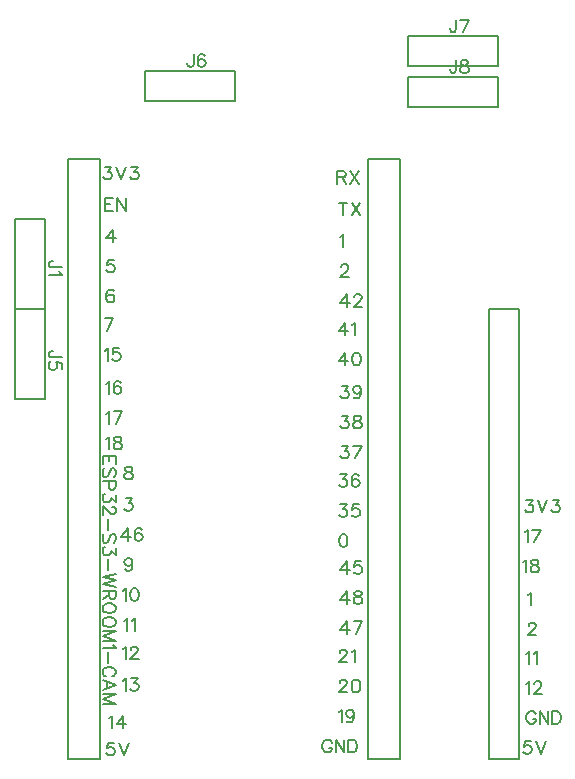
<source format=gto>
G04 Layer: TopSilkscreenLayer*
G04 EasyEDA v6.5.40, 2025-04-08 18:07:50*
G04 818aaf958c86489cb54930f66178348c,9a3801b0f1a945d2957c124233de6e5e,10*
G04 Gerber Generator version 0.2*
G04 Scale: 100 percent, Rotated: No, Reflected: No *
G04 Dimensions in millimeters *
G04 leading zeros omitted , absolute positions ,4 integer and 5 decimal *
%FSLAX45Y45*%
%MOMM*%

%ADD10C,0.1524*%
%ADD11C,0.2032*%
%ADD12C,0.2030*%

%LPD*%
D10*
X1572513Y4242815D02*
G01*
X1629663Y4242815D01*
X1598421Y4201160D01*
X1614170Y4201160D01*
X1624329Y4196079D01*
X1629663Y4191000D01*
X1634744Y4175252D01*
X1634744Y4164837D01*
X1629663Y4149344D01*
X1619250Y4138929D01*
X1603755Y4133850D01*
X1588007Y4133850D01*
X1572513Y4138929D01*
X1567179Y4144010D01*
X1562100Y4154423D01*
X1669034Y4242815D02*
G01*
X1710689Y4133850D01*
X1752345Y4242815D02*
G01*
X1710689Y4133850D01*
X1797050Y4242815D02*
G01*
X1854200Y4242815D01*
X1822957Y4201160D01*
X1838452Y4201160D01*
X1848865Y4196079D01*
X1854200Y4191000D01*
X1859279Y4175252D01*
X1859279Y4164837D01*
X1854200Y4149344D01*
X1843786Y4138929D01*
X1828037Y4133850D01*
X1812544Y4133850D01*
X1797050Y4138929D01*
X1791715Y4144010D01*
X1786636Y4154423D01*
X1574800Y3976115D02*
G01*
X1574800Y3867150D01*
X1574800Y3976115D02*
G01*
X1642363Y3976115D01*
X1574800Y3924300D02*
G01*
X1616455Y3924300D01*
X1574800Y3867150D02*
G01*
X1642363Y3867150D01*
X1676654Y3976115D02*
G01*
X1676654Y3867150D01*
X1676654Y3976115D02*
G01*
X1749297Y3867150D01*
X1749297Y3976115D02*
G01*
X1749297Y3867150D01*
X1649729Y3185921D02*
G01*
X1644650Y3196336D01*
X1629155Y3201415D01*
X1618742Y3201415D01*
X1602994Y3196336D01*
X1592579Y3180587D01*
X1587500Y3154679D01*
X1587500Y3128771D01*
X1592579Y3107944D01*
X1602994Y3097529D01*
X1618742Y3092450D01*
X1623821Y3092450D01*
X1639570Y3097529D01*
X1649729Y3107944D01*
X1655063Y3123437D01*
X1655063Y3128771D01*
X1649729Y3144265D01*
X1639570Y3154679D01*
X1623821Y3159760D01*
X1618742Y3159760D01*
X1602994Y3154679D01*
X1592579Y3144265D01*
X1587500Y3128771D01*
X1649729Y3455415D02*
G01*
X1597913Y3455415D01*
X1592579Y3408679D01*
X1597913Y3413760D01*
X1613407Y3419094D01*
X1629155Y3419094D01*
X1644650Y3413760D01*
X1655063Y3403600D01*
X1660144Y3387852D01*
X1660144Y3377437D01*
X1655063Y3361944D01*
X1644650Y3351529D01*
X1629155Y3346450D01*
X1613407Y3346450D01*
X1597913Y3351529D01*
X1592579Y3356610D01*
X1587500Y3367023D01*
X1639570Y3709415D02*
G01*
X1587500Y3636771D01*
X1665478Y3636771D01*
X1639570Y3709415D02*
G01*
X1639570Y3600450D01*
X1647444Y2960115D02*
G01*
X1595628Y2851150D01*
X1574800Y2960115D02*
G01*
X1647444Y2960115D01*
X1574800Y2685287D02*
G01*
X1585213Y2690621D01*
X1600707Y2706115D01*
X1600707Y2597150D01*
X1697481Y2706115D02*
G01*
X1645412Y2706115D01*
X1640331Y2659379D01*
X1645412Y2664460D01*
X1661160Y2669794D01*
X1676654Y2669794D01*
X1692147Y2664460D01*
X1702562Y2654300D01*
X1707895Y2638552D01*
X1707895Y2628137D01*
X1702562Y2612644D01*
X1692147Y2602229D01*
X1676654Y2597150D01*
X1661160Y2597150D01*
X1645412Y2602229D01*
X1640331Y2607310D01*
X1634997Y2617723D01*
X1766570Y1182115D02*
G01*
X1714500Y1109471D01*
X1792478Y1109471D01*
X1766570Y1182115D02*
G01*
X1766570Y1073150D01*
X1888997Y1166621D02*
G01*
X1883918Y1177036D01*
X1868170Y1182115D01*
X1858010Y1182115D01*
X1842262Y1177036D01*
X1831847Y1161287D01*
X1826768Y1135379D01*
X1826768Y1109471D01*
X1831847Y1088644D01*
X1842262Y1078229D01*
X1858010Y1073150D01*
X1863089Y1073150D01*
X1878584Y1078229D01*
X1888997Y1088644D01*
X1894331Y1104137D01*
X1894331Y1109471D01*
X1888997Y1124965D01*
X1878584Y1135379D01*
X1863089Y1140460D01*
X1858010Y1140460D01*
X1842262Y1135379D01*
X1831847Y1124965D01*
X1826768Y1109471D01*
X1750313Y1436115D02*
G01*
X1807463Y1436115D01*
X1776221Y1394460D01*
X1791970Y1394460D01*
X1802129Y1389379D01*
X1807463Y1384300D01*
X1812544Y1368552D01*
X1812544Y1358137D01*
X1807463Y1342644D01*
X1797050Y1332229D01*
X1781555Y1327150D01*
X1765807Y1327150D01*
X1750313Y1332229D01*
X1744979Y1337310D01*
X1739900Y1347723D01*
X1765807Y1702815D02*
G01*
X1750313Y1697736D01*
X1744979Y1687321D01*
X1744979Y1676907D01*
X1750313Y1666494D01*
X1760728Y1661160D01*
X1781555Y1656079D01*
X1797050Y1651000D01*
X1807463Y1640586D01*
X1812544Y1630171D01*
X1812544Y1614423D01*
X1807463Y1604010D01*
X1802129Y1598929D01*
X1786636Y1593850D01*
X1765807Y1593850D01*
X1750313Y1598929D01*
X1744979Y1604010D01*
X1739900Y1614423D01*
X1739900Y1630171D01*
X1744979Y1640586D01*
X1755394Y1651000D01*
X1771142Y1656079D01*
X1791970Y1661160D01*
X1802129Y1666494D01*
X1807463Y1676907D01*
X1807463Y1687321D01*
X1802129Y1697736D01*
X1786636Y1702815D01*
X1765807Y1702815D01*
X1587500Y2405887D02*
G01*
X1597913Y2411221D01*
X1613407Y2426715D01*
X1613407Y2317750D01*
X1710181Y2411221D02*
G01*
X1704847Y2421636D01*
X1689354Y2426715D01*
X1678939Y2426715D01*
X1663445Y2421636D01*
X1653031Y2405887D01*
X1647697Y2379979D01*
X1647697Y2354071D01*
X1653031Y2333244D01*
X1663445Y2322829D01*
X1678939Y2317750D01*
X1684020Y2317750D01*
X1699768Y2322829D01*
X1710181Y2333244D01*
X1715262Y2348737D01*
X1715262Y2354071D01*
X1710181Y2369565D01*
X1699768Y2379979D01*
X1684020Y2385060D01*
X1678939Y2385060D01*
X1663445Y2379979D01*
X1653031Y2369565D01*
X1647697Y2354071D01*
X1587500Y2151887D02*
G01*
X1597913Y2157221D01*
X1613407Y2172715D01*
X1613407Y2063750D01*
X1720595Y2172715D02*
G01*
X1668526Y2063750D01*
X1647697Y2172715D02*
G01*
X1720595Y2172715D01*
X1587500Y1935987D02*
G01*
X1597913Y1941321D01*
X1613407Y1956815D01*
X1613407Y1847850D01*
X1673860Y1956815D02*
G01*
X1658112Y1951736D01*
X1653031Y1941321D01*
X1653031Y1930907D01*
X1658112Y1920494D01*
X1668526Y1915160D01*
X1689354Y1910079D01*
X1704847Y1905000D01*
X1715262Y1894586D01*
X1720595Y1884171D01*
X1720595Y1868423D01*
X1715262Y1858010D01*
X1710181Y1852929D01*
X1694434Y1847850D01*
X1673860Y1847850D01*
X1658112Y1852929D01*
X1653031Y1858010D01*
X1647697Y1868423D01*
X1647697Y1884171D01*
X1653031Y1894586D01*
X1663445Y1905000D01*
X1678939Y1910079D01*
X1699768Y1915160D01*
X1710181Y1920494D01*
X1715262Y1930907D01*
X1715262Y1941321D01*
X1710181Y1951736D01*
X1694434Y1956815D01*
X1673860Y1956815D01*
X1739900Y399287D02*
G01*
X1750313Y404621D01*
X1765807Y420115D01*
X1765807Y311150D01*
X1800097Y399287D02*
G01*
X1810512Y404621D01*
X1826260Y420115D01*
X1826260Y311150D01*
X1727200Y653287D02*
G01*
X1737613Y658621D01*
X1753107Y674115D01*
X1753107Y565150D01*
X1818639Y674115D02*
G01*
X1803145Y669036D01*
X1792731Y653287D01*
X1787397Y627379D01*
X1787397Y611886D01*
X1792731Y585723D01*
X1803145Y570229D01*
X1818639Y565150D01*
X1829054Y565150D01*
X1844547Y570229D01*
X1854962Y585723D01*
X1860295Y611886D01*
X1860295Y627379D01*
X1854962Y653287D01*
X1844547Y669036D01*
X1829054Y674115D01*
X1818639Y674115D01*
X1807463Y891794D02*
G01*
X1802129Y876300D01*
X1791970Y865886D01*
X1776221Y860552D01*
X1771142Y860552D01*
X1755394Y865886D01*
X1744979Y876300D01*
X1739900Y891794D01*
X1739900Y896873D01*
X1744979Y912621D01*
X1755394Y923036D01*
X1771142Y928115D01*
X1776221Y928115D01*
X1791970Y923036D01*
X1802129Y912621D01*
X1807463Y891794D01*
X1807463Y865886D01*
X1802129Y839723D01*
X1791970Y824229D01*
X1776221Y819150D01*
X1765807Y819150D01*
X1750313Y824229D01*
X1744979Y834644D01*
X1727200Y157987D02*
G01*
X1737613Y163321D01*
X1753107Y178815D01*
X1753107Y69850D01*
X1792731Y152907D02*
G01*
X1792731Y157987D01*
X1797812Y168402D01*
X1803145Y173736D01*
X1813560Y178815D01*
X1834134Y178815D01*
X1844547Y173736D01*
X1849881Y168402D01*
X1854962Y157987D01*
X1854962Y147573D01*
X1849881Y137160D01*
X1839468Y121665D01*
X1787397Y69850D01*
X1860295Y69850D01*
X1727200Y-108712D02*
G01*
X1737613Y-103378D01*
X1753107Y-87884D01*
X1753107Y-196850D01*
X1797812Y-87884D02*
G01*
X1854962Y-87884D01*
X1823720Y-129539D01*
X1839468Y-129539D01*
X1849881Y-134620D01*
X1854962Y-139700D01*
X1860295Y-155447D01*
X1860295Y-165862D01*
X1854962Y-181355D01*
X1844547Y-191770D01*
X1829054Y-196850D01*
X1813560Y-196850D01*
X1797812Y-191770D01*
X1792731Y-186689D01*
X1787397Y-176276D01*
X1612900Y-426212D02*
G01*
X1623313Y-420878D01*
X1638807Y-405384D01*
X1638807Y-514350D01*
X1725168Y-405384D02*
G01*
X1673097Y-478028D01*
X1751076Y-478028D01*
X1725168Y-405384D02*
G01*
X1725168Y-514350D01*
X1649729Y-633984D02*
G01*
X1597913Y-633984D01*
X1592579Y-680720D01*
X1597913Y-675639D01*
X1613407Y-670305D01*
X1629155Y-670305D01*
X1644650Y-675639D01*
X1655063Y-685800D01*
X1660144Y-701547D01*
X1660144Y-711962D01*
X1655063Y-727455D01*
X1644650Y-737870D01*
X1629155Y-742950D01*
X1613407Y-742950D01*
X1597913Y-737870D01*
X1592579Y-732789D01*
X1587500Y-722376D01*
X1694434Y-633984D02*
G01*
X1736089Y-742950D01*
X1777745Y-633984D02*
G01*
X1736089Y-742950D01*
X3494277Y-634492D02*
G01*
X3488943Y-624078D01*
X3478529Y-613663D01*
X3468370Y-608584D01*
X3447541Y-608584D01*
X3437127Y-613663D01*
X3426713Y-624078D01*
X3421379Y-634492D01*
X3416300Y-650239D01*
X3416300Y-676147D01*
X3421379Y-691642D01*
X3426713Y-702055D01*
X3437127Y-712470D01*
X3447541Y-717550D01*
X3468370Y-717550D01*
X3478529Y-712470D01*
X3488943Y-702055D01*
X3494277Y-691642D01*
X3494277Y-676147D01*
X3468370Y-676147D02*
G01*
X3494277Y-676147D01*
X3528568Y-608584D02*
G01*
X3528568Y-717550D01*
X3528568Y-608584D02*
G01*
X3601211Y-717550D01*
X3601211Y-608584D02*
G01*
X3601211Y-717550D01*
X3635502Y-608584D02*
G01*
X3635502Y-717550D01*
X3635502Y-608584D02*
G01*
X3671824Y-608584D01*
X3687572Y-613663D01*
X3697986Y-624078D01*
X3703065Y-634492D01*
X3708400Y-650239D01*
X3708400Y-676147D01*
X3703065Y-691642D01*
X3697986Y-702055D01*
X3687572Y-712470D01*
X3671824Y-717550D01*
X3635502Y-717550D01*
X3556000Y-375412D02*
G01*
X3566413Y-370078D01*
X3581908Y-354584D01*
X3581908Y-463550D01*
X3683761Y-390905D02*
G01*
X3678681Y-406400D01*
X3668268Y-416813D01*
X3652520Y-422147D01*
X3647440Y-422147D01*
X3631945Y-416813D01*
X3621531Y-406400D01*
X3616197Y-390905D01*
X3616197Y-385826D01*
X3621531Y-370078D01*
X3631945Y-359663D01*
X3647440Y-354584D01*
X3652520Y-354584D01*
X3668268Y-359663D01*
X3678681Y-370078D01*
X3683761Y-390905D01*
X3683761Y-416813D01*
X3678681Y-442976D01*
X3668268Y-458470D01*
X3652520Y-463550D01*
X3642359Y-463550D01*
X3626611Y-458470D01*
X3621531Y-448055D01*
X3561079Y-126492D02*
G01*
X3561079Y-121412D01*
X3566413Y-110997D01*
X3571493Y-105663D01*
X3581908Y-100584D01*
X3602736Y-100584D01*
X3613150Y-105663D01*
X3618229Y-110997D01*
X3623563Y-121412D01*
X3623563Y-131826D01*
X3618229Y-142239D01*
X3608070Y-157734D01*
X3556000Y-209550D01*
X3628643Y-209550D01*
X3694175Y-100584D02*
G01*
X3678681Y-105663D01*
X3668268Y-121412D01*
X3662934Y-147320D01*
X3662934Y-162813D01*
X3668268Y-188976D01*
X3678681Y-204470D01*
X3694175Y-209550D01*
X3704590Y-209550D01*
X3720084Y-204470D01*
X3730497Y-188976D01*
X3735831Y-162813D01*
X3735831Y-147320D01*
X3730497Y-121412D01*
X3720084Y-105663D01*
X3704590Y-100584D01*
X3694175Y-100584D01*
X3561079Y127507D02*
G01*
X3561079Y132587D01*
X3566413Y143002D01*
X3571493Y148336D01*
X3581908Y153415D01*
X3602736Y153415D01*
X3613150Y148336D01*
X3618229Y143002D01*
X3623563Y132587D01*
X3623563Y122173D01*
X3618229Y111760D01*
X3608070Y96265D01*
X3556000Y44450D01*
X3628643Y44450D01*
X3662934Y132587D02*
G01*
X3673347Y137921D01*
X3689095Y153415D01*
X3689095Y44450D01*
X3620770Y902715D02*
G01*
X3568700Y830071D01*
X3646677Y830071D01*
X3620770Y902715D02*
G01*
X3620770Y793750D01*
X3743197Y902715D02*
G01*
X3691381Y902715D01*
X3686047Y855979D01*
X3691381Y861060D01*
X3706875Y866394D01*
X3722370Y866394D01*
X3738118Y861060D01*
X3748531Y850900D01*
X3753611Y835152D01*
X3753611Y824737D01*
X3748531Y809244D01*
X3738118Y798829D01*
X3722370Y793750D01*
X3706875Y793750D01*
X3691381Y798829D01*
X3686047Y803910D01*
X3680968Y814323D01*
X3620770Y648715D02*
G01*
X3568700Y576071D01*
X3646677Y576071D01*
X3620770Y648715D02*
G01*
X3620770Y539750D01*
X3706875Y648715D02*
G01*
X3691381Y643636D01*
X3686047Y633221D01*
X3686047Y622807D01*
X3691381Y612394D01*
X3701795Y607060D01*
X3722370Y601979D01*
X3738118Y596900D01*
X3748531Y586486D01*
X3753611Y576071D01*
X3753611Y560323D01*
X3748531Y549910D01*
X3743197Y544829D01*
X3727704Y539750D01*
X3706875Y539750D01*
X3691381Y544829D01*
X3686047Y549910D01*
X3680968Y560323D01*
X3680968Y576071D01*
X3686047Y586486D01*
X3696461Y596900D01*
X3712209Y601979D01*
X3732784Y607060D01*
X3743197Y612394D01*
X3748531Y622807D01*
X3748531Y633221D01*
X3743197Y643636D01*
X3727704Y648715D01*
X3706875Y648715D01*
X3620770Y394715D02*
G01*
X3568700Y322071D01*
X3646677Y322071D01*
X3620770Y394715D02*
G01*
X3620770Y285750D01*
X3753611Y394715D02*
G01*
X3701795Y285750D01*
X3680968Y394715D02*
G01*
X3753611Y394715D01*
X3579113Y1880615D02*
G01*
X3636263Y1880615D01*
X3605022Y1838960D01*
X3620770Y1838960D01*
X3630929Y1833879D01*
X3636263Y1828800D01*
X3641343Y1813052D01*
X3641343Y1802637D01*
X3636263Y1787144D01*
X3625850Y1776729D01*
X3610356Y1771650D01*
X3594608Y1771650D01*
X3579113Y1776729D01*
X3573779Y1781810D01*
X3568700Y1792223D01*
X3748531Y1880615D02*
G01*
X3696461Y1771650D01*
X3675634Y1880615D02*
G01*
X3748531Y1880615D01*
X3579113Y2134615D02*
G01*
X3636263Y2134615D01*
X3605022Y2092960D01*
X3620770Y2092960D01*
X3630929Y2087879D01*
X3636263Y2082800D01*
X3641343Y2067052D01*
X3641343Y2056637D01*
X3636263Y2041144D01*
X3625850Y2030729D01*
X3610356Y2025650D01*
X3594608Y2025650D01*
X3579113Y2030729D01*
X3573779Y2035810D01*
X3568700Y2046223D01*
X3701795Y2134615D02*
G01*
X3686047Y2129536D01*
X3680968Y2119121D01*
X3680968Y2108707D01*
X3686047Y2098294D01*
X3696461Y2092960D01*
X3717290Y2087879D01*
X3732784Y2082800D01*
X3743197Y2072386D01*
X3748531Y2061971D01*
X3748531Y2046223D01*
X3743197Y2035810D01*
X3738118Y2030729D01*
X3722370Y2025650D01*
X3701795Y2025650D01*
X3686047Y2030729D01*
X3680968Y2035810D01*
X3675634Y2046223D01*
X3675634Y2061971D01*
X3680968Y2072386D01*
X3691381Y2082800D01*
X3706875Y2087879D01*
X3727704Y2092960D01*
X3738118Y2098294D01*
X3743197Y2108707D01*
X3743197Y2119121D01*
X3738118Y2129536D01*
X3722370Y2134615D01*
X3701795Y2134615D01*
X3579113Y2388615D02*
G01*
X3636263Y2388615D01*
X3605022Y2346960D01*
X3620770Y2346960D01*
X3630929Y2341879D01*
X3636263Y2336800D01*
X3641343Y2321052D01*
X3641343Y2310637D01*
X3636263Y2295144D01*
X3625850Y2284729D01*
X3610356Y2279650D01*
X3594608Y2279650D01*
X3579113Y2284729D01*
X3573779Y2289810D01*
X3568700Y2300223D01*
X3743197Y2352294D02*
G01*
X3738118Y2336800D01*
X3727704Y2326386D01*
X3712209Y2321052D01*
X3706875Y2321052D01*
X3691381Y2326386D01*
X3680968Y2336800D01*
X3675634Y2352294D01*
X3675634Y2357373D01*
X3680968Y2373121D01*
X3691381Y2383536D01*
X3706875Y2388615D01*
X3712209Y2388615D01*
X3727704Y2383536D01*
X3738118Y2373121D01*
X3743197Y2352294D01*
X3743197Y2326386D01*
X3738118Y2300223D01*
X3727704Y2284729D01*
X3712209Y2279650D01*
X3701795Y2279650D01*
X3686047Y2284729D01*
X3680968Y2295144D01*
X3566413Y1639315D02*
G01*
X3623563Y1639315D01*
X3592322Y1597660D01*
X3608070Y1597660D01*
X3618229Y1592579D01*
X3623563Y1587500D01*
X3628643Y1571752D01*
X3628643Y1561337D01*
X3623563Y1545844D01*
X3613150Y1535429D01*
X3597656Y1530350D01*
X3581908Y1530350D01*
X3566413Y1535429D01*
X3561079Y1540510D01*
X3556000Y1550923D01*
X3725418Y1623821D02*
G01*
X3720084Y1634236D01*
X3704590Y1639315D01*
X3694175Y1639315D01*
X3678681Y1634236D01*
X3668268Y1618487D01*
X3662934Y1592579D01*
X3662934Y1566671D01*
X3668268Y1545844D01*
X3678681Y1535429D01*
X3694175Y1530350D01*
X3699509Y1530350D01*
X3715004Y1535429D01*
X3725418Y1545844D01*
X3730497Y1561337D01*
X3730497Y1566671D01*
X3725418Y1582165D01*
X3715004Y1592579D01*
X3699509Y1597660D01*
X3694175Y1597660D01*
X3678681Y1592579D01*
X3668268Y1582165D01*
X3662934Y1566671D01*
X3566413Y1385315D02*
G01*
X3623563Y1385315D01*
X3592322Y1343660D01*
X3608070Y1343660D01*
X3618229Y1338579D01*
X3623563Y1333500D01*
X3628643Y1317752D01*
X3628643Y1307337D01*
X3623563Y1291844D01*
X3613150Y1281429D01*
X3597656Y1276350D01*
X3581908Y1276350D01*
X3566413Y1281429D01*
X3561079Y1286510D01*
X3556000Y1296923D01*
X3725418Y1385315D02*
G01*
X3673347Y1385315D01*
X3668268Y1338579D01*
X3673347Y1343660D01*
X3689095Y1348994D01*
X3704590Y1348994D01*
X3720084Y1343660D01*
X3730497Y1333500D01*
X3735831Y1317752D01*
X3735831Y1307337D01*
X3730497Y1291844D01*
X3720084Y1281429D01*
X3704590Y1276350D01*
X3689095Y1276350D01*
X3673347Y1281429D01*
X3668268Y1286510D01*
X3662934Y1296923D01*
X3587241Y1131315D02*
G01*
X3571493Y1126236D01*
X3561079Y1110487D01*
X3556000Y1084579D01*
X3556000Y1069086D01*
X3561079Y1042923D01*
X3571493Y1027429D01*
X3587241Y1022350D01*
X3597656Y1022350D01*
X3613150Y1027429D01*
X3623563Y1042923D01*
X3628643Y1069086D01*
X3628643Y1084579D01*
X3623563Y1110487D01*
X3613150Y1126236D01*
X3597656Y1131315D01*
X3587241Y1131315D01*
X3608070Y2668015D02*
G01*
X3556000Y2595371D01*
X3633977Y2595371D01*
X3608070Y2668015D02*
G01*
X3608070Y2559050D01*
X3699509Y2668015D02*
G01*
X3683761Y2662936D01*
X3673347Y2647187D01*
X3668268Y2621279D01*
X3668268Y2605786D01*
X3673347Y2579623D01*
X3683761Y2564129D01*
X3699509Y2559050D01*
X3709670Y2559050D01*
X3725418Y2564129D01*
X3735831Y2579623D01*
X3740911Y2605786D01*
X3740911Y2621279D01*
X3735831Y2647187D01*
X3725418Y2662936D01*
X3709670Y2668015D01*
X3699509Y2668015D01*
X3608070Y2922015D02*
G01*
X3556000Y2849371D01*
X3633977Y2849371D01*
X3608070Y2922015D02*
G01*
X3608070Y2813050D01*
X3668268Y2901187D02*
G01*
X3678681Y2906521D01*
X3694175Y2922015D01*
X3694175Y2813050D01*
X3568700Y3650487D02*
G01*
X3579113Y3655821D01*
X3594608Y3671315D01*
X3594608Y3562350D01*
X3573779Y3391407D02*
G01*
X3573779Y3396487D01*
X3579113Y3406902D01*
X3584193Y3412236D01*
X3594608Y3417315D01*
X3615436Y3417315D01*
X3625850Y3412236D01*
X3630929Y3406902D01*
X3636263Y3396487D01*
X3636263Y3386073D01*
X3630929Y3375660D01*
X3620770Y3360165D01*
X3568700Y3308350D01*
X3641343Y3308350D01*
X3620770Y3163315D02*
G01*
X3568700Y3090671D01*
X3646677Y3090671D01*
X3620770Y3163315D02*
G01*
X3620770Y3054350D01*
X3686047Y3137407D02*
G01*
X3686047Y3142487D01*
X3691381Y3152902D01*
X3696461Y3158236D01*
X3706875Y3163315D01*
X3727704Y3163315D01*
X3738118Y3158236D01*
X3743197Y3152902D01*
X3748531Y3142487D01*
X3748531Y3132073D01*
X3743197Y3121660D01*
X3732784Y3106165D01*
X3680968Y3054350D01*
X3753611Y3054350D01*
X3592322Y3938015D02*
G01*
X3592322Y3829050D01*
X3556000Y3938015D02*
G01*
X3628643Y3938015D01*
X3662934Y3938015D02*
G01*
X3735831Y3829050D01*
X3735831Y3938015D02*
G01*
X3662934Y3829050D01*
X3543300Y4204715D02*
G01*
X3543300Y4095750D01*
X3543300Y4204715D02*
G01*
X3590036Y4204715D01*
X3605529Y4199636D01*
X3610863Y4194302D01*
X3615943Y4183887D01*
X3615943Y4173473D01*
X3610863Y4163060D01*
X3605529Y4157979D01*
X3590036Y4152900D01*
X3543300Y4152900D01*
X3579622Y4152900D02*
G01*
X3615943Y4095750D01*
X3650234Y4204715D02*
G01*
X3723131Y4095750D01*
X3723131Y4204715D02*
G01*
X3650234Y4095750D01*
X5130800Y1148587D02*
G01*
X5141213Y1153921D01*
X5156708Y1169415D01*
X5156708Y1060450D01*
X5263895Y1169415D02*
G01*
X5211825Y1060450D01*
X5190997Y1169415D02*
G01*
X5263895Y1169415D01*
X5141213Y1423415D02*
G01*
X5198363Y1423415D01*
X5167122Y1381760D01*
X5182870Y1381760D01*
X5193029Y1376679D01*
X5198363Y1371600D01*
X5203443Y1355852D01*
X5203443Y1345437D01*
X5198363Y1329944D01*
X5187950Y1319529D01*
X5172456Y1314450D01*
X5156708Y1314450D01*
X5141213Y1319529D01*
X5135879Y1324610D01*
X5130800Y1335023D01*
X5237734Y1423415D02*
G01*
X5279390Y1314450D01*
X5321045Y1423415D02*
G01*
X5279390Y1314450D01*
X5365750Y1423415D02*
G01*
X5422900Y1423415D01*
X5391658Y1381760D01*
X5407152Y1381760D01*
X5417565Y1376679D01*
X5422900Y1371600D01*
X5427979Y1355852D01*
X5427979Y1345437D01*
X5422900Y1329944D01*
X5412486Y1319529D01*
X5396738Y1314450D01*
X5381243Y1314450D01*
X5365750Y1319529D01*
X5360415Y1324610D01*
X5355336Y1335023D01*
X5161279Y356107D02*
G01*
X5161279Y361187D01*
X5166613Y371602D01*
X5171693Y376936D01*
X5182108Y382015D01*
X5202936Y382015D01*
X5213350Y376936D01*
X5218429Y371602D01*
X5223763Y361187D01*
X5223763Y350773D01*
X5218429Y340360D01*
X5208270Y324865D01*
X5156200Y273050D01*
X5228843Y273050D01*
X5156200Y615187D02*
G01*
X5166613Y620521D01*
X5182108Y636015D01*
X5182108Y527050D01*
X5118100Y894587D02*
G01*
X5128513Y899921D01*
X5144008Y915415D01*
X5144008Y806450D01*
X5204459Y915415D02*
G01*
X5188711Y910336D01*
X5183631Y899921D01*
X5183631Y889507D01*
X5188711Y879094D01*
X5199125Y873760D01*
X5219954Y868679D01*
X5235447Y863600D01*
X5245861Y853186D01*
X5251195Y842771D01*
X5251195Y827023D01*
X5245861Y816610D01*
X5240781Y811529D01*
X5225034Y806450D01*
X5204459Y806450D01*
X5188711Y811529D01*
X5183631Y816610D01*
X5178297Y827023D01*
X5178297Y842771D01*
X5183631Y853186D01*
X5194045Y863600D01*
X5209540Y868679D01*
X5230368Y873760D01*
X5240781Y879094D01*
X5245861Y889507D01*
X5245861Y899921D01*
X5240781Y910336D01*
X5225034Y915415D01*
X5204459Y915415D01*
X5143500Y119887D02*
G01*
X5153913Y125221D01*
X5169408Y140715D01*
X5169408Y31750D01*
X5203697Y119887D02*
G01*
X5214111Y125221D01*
X5229859Y140715D01*
X5229859Y31750D01*
X5143500Y-134112D02*
G01*
X5153913Y-128778D01*
X5169408Y-113284D01*
X5169408Y-222250D01*
X5209031Y-139192D02*
G01*
X5209031Y-134112D01*
X5214111Y-123697D01*
X5219445Y-118363D01*
X5229859Y-113284D01*
X5250434Y-113284D01*
X5260847Y-118363D01*
X5266181Y-123697D01*
X5271261Y-134112D01*
X5271261Y-144526D01*
X5266181Y-154939D01*
X5255768Y-170434D01*
X5203697Y-222250D01*
X5276595Y-222250D01*
X5221477Y-393192D02*
G01*
X5216143Y-382778D01*
X5205729Y-372363D01*
X5195570Y-367284D01*
X5174741Y-367284D01*
X5164327Y-372363D01*
X5153913Y-382778D01*
X5148579Y-393192D01*
X5143500Y-408939D01*
X5143500Y-434847D01*
X5148579Y-450342D01*
X5153913Y-460755D01*
X5164327Y-471170D01*
X5174741Y-476250D01*
X5195570Y-476250D01*
X5205729Y-471170D01*
X5216143Y-460755D01*
X5221477Y-450342D01*
X5221477Y-434847D01*
X5195570Y-434847D02*
G01*
X5221477Y-434847D01*
X5255768Y-367284D02*
G01*
X5255768Y-476250D01*
X5255768Y-367284D02*
G01*
X5328411Y-476250D01*
X5328411Y-367284D02*
G01*
X5328411Y-476250D01*
X5362702Y-367284D02*
G01*
X5362702Y-476250D01*
X5362702Y-367284D02*
G01*
X5399024Y-367284D01*
X5414772Y-372363D01*
X5425186Y-382778D01*
X5430265Y-393192D01*
X5435600Y-408939D01*
X5435600Y-434847D01*
X5430265Y-450342D01*
X5425186Y-460755D01*
X5414772Y-471170D01*
X5399024Y-476250D01*
X5362702Y-476250D01*
X5180329Y-621284D02*
G01*
X5128513Y-621284D01*
X5123179Y-668020D01*
X5128513Y-662939D01*
X5144008Y-657605D01*
X5159756Y-657605D01*
X5175250Y-662939D01*
X5185663Y-673100D01*
X5190743Y-688847D01*
X5190743Y-699262D01*
X5185663Y-714755D01*
X5175250Y-725170D01*
X5159756Y-730250D01*
X5144008Y-730250D01*
X5128513Y-725170D01*
X5123179Y-720089D01*
X5118100Y-709676D01*
X5225034Y-621284D02*
G01*
X5266690Y-730250D01*
X5308345Y-621284D02*
G01*
X5266690Y-730250D01*
X1207515Y2627629D02*
G01*
X1124457Y2627629D01*
X1108710Y2632963D01*
X1103629Y2638044D01*
X1098550Y2648457D01*
X1098550Y2658871D01*
X1103629Y2669286D01*
X1108710Y2674620D01*
X1124457Y2679700D01*
X1134871Y2679700D01*
X1207515Y2531110D02*
G01*
X1207515Y2583179D01*
X1160779Y2588260D01*
X1165860Y2583179D01*
X1171194Y2567431D01*
X1171194Y2551937D01*
X1165860Y2536189D01*
X1155700Y2526029D01*
X1139952Y2520695D01*
X1129537Y2520695D01*
X1114044Y2526029D01*
X1103629Y2536189D01*
X1098550Y2551937D01*
X1098550Y2567431D01*
X1103629Y2583179D01*
X1108710Y2588260D01*
X1119123Y2593339D01*
X2325370Y5195315D02*
G01*
X2325370Y5112257D01*
X2320036Y5096510D01*
X2314956Y5091429D01*
X2304541Y5086350D01*
X2294127Y5086350D01*
X2283713Y5091429D01*
X2278379Y5096510D01*
X2273300Y5112257D01*
X2273300Y5122671D01*
X2421890Y5179821D02*
G01*
X2416809Y5190236D01*
X2401061Y5195315D01*
X2390647Y5195315D01*
X2375154Y5190236D01*
X2364740Y5174487D01*
X2359659Y5148579D01*
X2359659Y5122671D01*
X2364740Y5101844D01*
X2375154Y5091429D01*
X2390647Y5086350D01*
X2395981Y5086350D01*
X2411475Y5091429D01*
X2421890Y5101844D01*
X2426970Y5117337D01*
X2426970Y5122671D01*
X2421890Y5138165D01*
X2411475Y5148579D01*
X2395981Y5153660D01*
X2390647Y5153660D01*
X2375154Y5148579D01*
X2364740Y5138165D01*
X2359659Y5122671D01*
X4547870Y5487415D02*
G01*
X4547870Y5404357D01*
X4542536Y5388610D01*
X4537456Y5383529D01*
X4527041Y5378450D01*
X4516627Y5378450D01*
X4506213Y5383529D01*
X4500879Y5388610D01*
X4495800Y5404357D01*
X4495800Y5414771D01*
X4654804Y5487415D02*
G01*
X4602734Y5378450D01*
X4582159Y5487415D02*
G01*
X4654804Y5487415D01*
X4547870Y5144515D02*
G01*
X4547870Y5061457D01*
X4542536Y5045710D01*
X4537456Y5040629D01*
X4527041Y5035550D01*
X4516627Y5035550D01*
X4506213Y5040629D01*
X4500879Y5045710D01*
X4495800Y5061457D01*
X4495800Y5071871D01*
X4608068Y5144515D02*
G01*
X4592320Y5139436D01*
X4587240Y5129021D01*
X4587240Y5118607D01*
X4592320Y5108194D01*
X4602734Y5102860D01*
X4623561Y5097779D01*
X4639309Y5092700D01*
X4649470Y5082286D01*
X4654804Y5071871D01*
X4654804Y5056123D01*
X4649470Y5045710D01*
X4644390Y5040629D01*
X4628895Y5035550D01*
X4608068Y5035550D01*
X4592320Y5040629D01*
X4587240Y5045710D01*
X4582159Y5056123D01*
X4582159Y5071871D01*
X4587240Y5082286D01*
X4597654Y5092700D01*
X4613147Y5097779D01*
X4633975Y5102860D01*
X4644390Y5108194D01*
X4649470Y5118607D01*
X4649470Y5129021D01*
X4644390Y5139436D01*
X4628895Y5144515D01*
X4608068Y5144515D01*
X1664715Y1790700D02*
G01*
X1555750Y1790700D01*
X1664715Y1790700D02*
G01*
X1664715Y1723136D01*
X1612900Y1790700D02*
G01*
X1612900Y1749044D01*
X1555750Y1790700D02*
G01*
X1555750Y1723136D01*
X1649221Y1616202D02*
G01*
X1659636Y1626615D01*
X1664715Y1642110D01*
X1664715Y1662937D01*
X1659636Y1678431D01*
X1649221Y1688845D01*
X1638807Y1688845D01*
X1628394Y1683765D01*
X1623060Y1678431D01*
X1617979Y1668018D01*
X1607565Y1637029D01*
X1602486Y1626615D01*
X1597152Y1621281D01*
X1586737Y1616202D01*
X1571244Y1616202D01*
X1560829Y1626615D01*
X1555750Y1642110D01*
X1555750Y1662937D01*
X1560829Y1678431D01*
X1571244Y1688845D01*
X1664715Y1581912D02*
G01*
X1555750Y1581912D01*
X1664715Y1581912D02*
G01*
X1664715Y1535176D01*
X1659636Y1519428D01*
X1654302Y1514347D01*
X1643887Y1509013D01*
X1628394Y1509013D01*
X1617979Y1514347D01*
X1612900Y1519428D01*
X1607565Y1535176D01*
X1607565Y1581912D01*
X1664715Y1464310D02*
G01*
X1664715Y1407160D01*
X1623060Y1438402D01*
X1623060Y1422907D01*
X1617979Y1412494D01*
X1612900Y1407160D01*
X1597152Y1402079D01*
X1586737Y1402079D01*
X1571244Y1407160D01*
X1560829Y1417573D01*
X1555750Y1433321D01*
X1555750Y1448815D01*
X1560829Y1464310D01*
X1565910Y1469644D01*
X1576323Y1474723D01*
X1638807Y1362710D02*
G01*
X1643887Y1362710D01*
X1654302Y1357376D01*
X1659636Y1352295D01*
X1664715Y1341881D01*
X1664715Y1321054D01*
X1659636Y1310639D01*
X1654302Y1305560D01*
X1643887Y1300226D01*
X1633473Y1300226D01*
X1623060Y1305560D01*
X1607565Y1315720D01*
X1555750Y1367789D01*
X1555750Y1295145D01*
X1602486Y1260855D02*
G01*
X1602486Y1167129D01*
X1649221Y1060195D02*
G01*
X1659636Y1070610D01*
X1664715Y1086104D01*
X1664715Y1106931D01*
X1659636Y1122679D01*
X1649221Y1132839D01*
X1638807Y1132839D01*
X1628394Y1127760D01*
X1623060Y1122679D01*
X1617979Y1112265D01*
X1607565Y1081023D01*
X1602486Y1070610D01*
X1597152Y1065529D01*
X1586737Y1060195D01*
X1571244Y1060195D01*
X1560829Y1070610D01*
X1555750Y1086104D01*
X1555750Y1106931D01*
X1560829Y1122679D01*
X1571244Y1132839D01*
X1664715Y1015492D02*
G01*
X1664715Y958342D01*
X1623060Y989584D01*
X1623060Y974089D01*
X1617979Y963676D01*
X1612900Y958342D01*
X1597152Y953262D01*
X1586737Y953262D01*
X1571244Y958342D01*
X1560829Y968755D01*
X1555750Y984250D01*
X1555750Y999997D01*
X1560829Y1015492D01*
X1565910Y1020826D01*
X1576323Y1025905D01*
X1602486Y918971D02*
G01*
X1602486Y825500D01*
X1664715Y791210D02*
G01*
X1555750Y765047D01*
X1664715Y739139D02*
G01*
X1555750Y765047D01*
X1664715Y739139D02*
G01*
X1555750Y713231D01*
X1664715Y687070D02*
G01*
X1555750Y713231D01*
X1664715Y652779D02*
G01*
X1555750Y652779D01*
X1664715Y652779D02*
G01*
X1664715Y606044D01*
X1659636Y590550D01*
X1654302Y585470D01*
X1643887Y580136D01*
X1633473Y580136D01*
X1623060Y585470D01*
X1617979Y590550D01*
X1612900Y606044D01*
X1612900Y652779D01*
X1612900Y616457D02*
G01*
X1555750Y580136D01*
X1664715Y514604D02*
G01*
X1659636Y525018D01*
X1649221Y535431D01*
X1638807Y540765D01*
X1623060Y545845D01*
X1597152Y545845D01*
X1581657Y540765D01*
X1571244Y535431D01*
X1560829Y525018D01*
X1555750Y514604D01*
X1555750Y494029D01*
X1560829Y483615D01*
X1571244Y473202D01*
X1581657Y467868D01*
X1597152Y462787D01*
X1623060Y462787D01*
X1638807Y467868D01*
X1649221Y473202D01*
X1659636Y483615D01*
X1664715Y494029D01*
X1664715Y514604D01*
X1664715Y397255D02*
G01*
X1659636Y407670D01*
X1649221Y418084D01*
X1638807Y423163D01*
X1623060Y428497D01*
X1597152Y428497D01*
X1581657Y423163D01*
X1571244Y418084D01*
X1560829Y407670D01*
X1555750Y397255D01*
X1555750Y376428D01*
X1560829Y366013D01*
X1571244Y355600D01*
X1581657Y350520D01*
X1597152Y345439D01*
X1623060Y345439D01*
X1638807Y350520D01*
X1649221Y355600D01*
X1659636Y366013D01*
X1664715Y376428D01*
X1664715Y397255D01*
X1664715Y311150D02*
G01*
X1555750Y311150D01*
X1664715Y311150D02*
G01*
X1555750Y269494D01*
X1664715Y227837D02*
G01*
X1555750Y269494D01*
X1664715Y227837D02*
G01*
X1555750Y227837D01*
X1643887Y193547D02*
G01*
X1649221Y183134D01*
X1664715Y167639D01*
X1555750Y167639D01*
X1602486Y133350D02*
G01*
X1602486Y39878D01*
X1638807Y-72389D02*
G01*
X1649221Y-67310D01*
X1659636Y-56895D01*
X1664715Y-46481D01*
X1664715Y-25654D01*
X1659636Y-15239D01*
X1649221Y-4826D01*
X1638807Y254D01*
X1623060Y5587D01*
X1597152Y5587D01*
X1581657Y254D01*
X1571244Y-4826D01*
X1560829Y-15239D01*
X1555750Y-25654D01*
X1555750Y-46481D01*
X1560829Y-56895D01*
X1571244Y-67310D01*
X1581657Y-72389D01*
X1664715Y-148336D02*
G01*
X1555750Y-106679D01*
X1664715Y-148336D02*
G01*
X1555750Y-189737D01*
X1592071Y-122173D02*
G01*
X1592071Y-174244D01*
X1664715Y-224028D02*
G01*
X1555750Y-224028D01*
X1664715Y-224028D02*
G01*
X1555750Y-265684D01*
X1664715Y-307339D02*
G01*
X1555750Y-265684D01*
X1664715Y-307339D02*
G01*
X1555750Y-307339D01*
X1207515Y3389629D02*
G01*
X1124457Y3389629D01*
X1108710Y3394963D01*
X1103629Y3400044D01*
X1098550Y3410457D01*
X1098550Y3420871D01*
X1103629Y3431286D01*
X1108710Y3436620D01*
X1124457Y3441700D01*
X1134871Y3441700D01*
X1186687Y3355339D02*
G01*
X1192021Y3345179D01*
X1207515Y3329431D01*
X1098550Y3329431D01*
D11*
X1066800Y2844800D02*
G01*
X1066800Y3035300D01*
X812800Y3035300D01*
X812800Y2273300D01*
X1066800Y2273300D01*
D12*
X1066800Y2273300D02*
G01*
X1066800Y2844800D01*
D11*
X2108200Y5054600D02*
G01*
X1917700Y5054600D01*
X1917700Y4800600D01*
X2679700Y4800600D01*
X2679700Y5054600D01*
D12*
X2679700Y5054600D02*
G01*
X2108200Y5054600D01*
D11*
X4330700Y5346700D02*
G01*
X4140200Y5346700D01*
X4140200Y5092700D01*
X4902200Y5092700D01*
X4902200Y5346700D01*
D12*
X4902200Y5346700D02*
G01*
X4330700Y5346700D01*
D11*
X4330700Y5003800D02*
G01*
X4140200Y5003800D01*
X4140200Y4749800D01*
X4902200Y4749800D01*
X4902200Y5003800D01*
D12*
X4902200Y5003800D02*
G01*
X4330700Y5003800D01*
D11*
X3816350Y4305300D02*
G01*
X3803650Y4305300D01*
X3803650Y-774700D01*
X4070350Y-774700D01*
X4070350Y4305300D01*
X3816350Y4305300D01*
X1517650Y-774700D02*
G01*
X1530350Y-774700D01*
X1530350Y4305300D01*
X1263650Y4305300D01*
X1263650Y-774700D01*
X1517650Y-774700D01*
X1066800Y3606800D02*
G01*
X1066800Y3797300D01*
X812800Y3797300D01*
X812800Y3035300D01*
X1066800Y3035300D01*
D12*
X1066800Y3035300D02*
G01*
X1066800Y3606800D01*
D11*
X5080000Y2844800D02*
G01*
X5080000Y3035300D01*
X4826000Y3035300D01*
X4826000Y-774700D01*
X5080000Y-774700D01*
D12*
X5080000Y-774700D02*
G01*
X5080000Y2844800D01*
M02*

</source>
